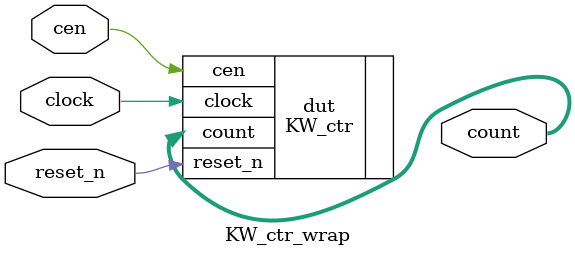
<source format=sv>
`default_nettype none
`define WIDTH (16)

module KW_ctr_wrap (
  input  logic clock,
  input  logic reset_n,
  input  logic cen,
  output logic [`WIDTH-1:0] count
);
  KW_ctr #(
    .WIDTH(`WIDTH)
  ) dut (
    .clock(clock),
    .reset_n(reset_n),
    .cen(cen),
    .count(count)
  );
endmodule

</source>
